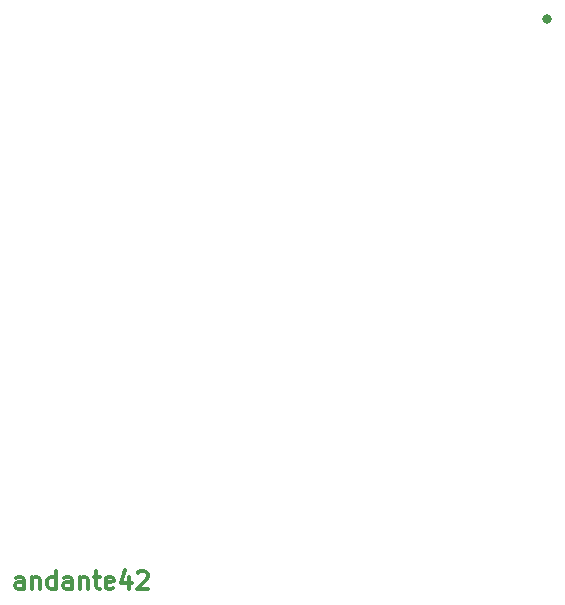
<source format=gtl>
G04 #@! TF.GenerationSoftware,KiCad,Pcbnew,(5.1.4)-1*
G04 #@! TF.CreationDate,2021-01-05T09:44:17-08:00*
G04 #@! TF.ProjectId,andante-classic,616e6461-6e74-4652-9d63-6c6173736963,rev?*
G04 #@! TF.SameCoordinates,Original*
G04 #@! TF.FileFunction,Copper,L1,Top*
G04 #@! TF.FilePolarity,Positive*
%FSLAX46Y46*%
G04 Gerber Fmt 4.6, Leading zero omitted, Abs format (unit mm)*
G04 Created by KiCad (PCBNEW (5.1.4)-1) date 2021-01-05 09:44:17*
%MOMM*%
%LPD*%
G04 APERTURE LIST*
%ADD10C,0.300000*%
%ADD11C,0.800000*%
G04 APERTURE END LIST*
D10*
X85727142Y-180798571D02*
X85727142Y-180012857D01*
X85655714Y-179870000D01*
X85512857Y-179798571D01*
X85227142Y-179798571D01*
X85084285Y-179870000D01*
X85727142Y-180727142D02*
X85584285Y-180798571D01*
X85227142Y-180798571D01*
X85084285Y-180727142D01*
X85012857Y-180584285D01*
X85012857Y-180441428D01*
X85084285Y-180298571D01*
X85227142Y-180227142D01*
X85584285Y-180227142D01*
X85727142Y-180155714D01*
X86441428Y-179798571D02*
X86441428Y-180798571D01*
X86441428Y-179941428D02*
X86512857Y-179870000D01*
X86655714Y-179798571D01*
X86870000Y-179798571D01*
X87012857Y-179870000D01*
X87084285Y-180012857D01*
X87084285Y-180798571D01*
X88441428Y-180798571D02*
X88441428Y-179298571D01*
X88441428Y-180727142D02*
X88298571Y-180798571D01*
X88012857Y-180798571D01*
X87870000Y-180727142D01*
X87798571Y-180655714D01*
X87727142Y-180512857D01*
X87727142Y-180084285D01*
X87798571Y-179941428D01*
X87870000Y-179870000D01*
X88012857Y-179798571D01*
X88298571Y-179798571D01*
X88441428Y-179870000D01*
X89798571Y-180798571D02*
X89798571Y-180012857D01*
X89727142Y-179870000D01*
X89584285Y-179798571D01*
X89298571Y-179798571D01*
X89155714Y-179870000D01*
X89798571Y-180727142D02*
X89655714Y-180798571D01*
X89298571Y-180798571D01*
X89155714Y-180727142D01*
X89084285Y-180584285D01*
X89084285Y-180441428D01*
X89155714Y-180298571D01*
X89298571Y-180227142D01*
X89655714Y-180227142D01*
X89798571Y-180155714D01*
X90512857Y-179798571D02*
X90512857Y-180798571D01*
X90512857Y-179941428D02*
X90584285Y-179870000D01*
X90727142Y-179798571D01*
X90941428Y-179798571D01*
X91084285Y-179870000D01*
X91155714Y-180012857D01*
X91155714Y-180798571D01*
X91655714Y-179798571D02*
X92227142Y-179798571D01*
X91870000Y-179298571D02*
X91870000Y-180584285D01*
X91941428Y-180727142D01*
X92084285Y-180798571D01*
X92227142Y-180798571D01*
X93298571Y-180727142D02*
X93155714Y-180798571D01*
X92870000Y-180798571D01*
X92727142Y-180727142D01*
X92655714Y-180584285D01*
X92655714Y-180012857D01*
X92727142Y-179870000D01*
X92870000Y-179798571D01*
X93155714Y-179798571D01*
X93298571Y-179870000D01*
X93370000Y-180012857D01*
X93370000Y-180155714D01*
X92655714Y-180298571D01*
X94655714Y-179798571D02*
X94655714Y-180798571D01*
X94298571Y-179227142D02*
X93941428Y-180298571D01*
X94870000Y-180298571D01*
X95370000Y-179441428D02*
X95441428Y-179370000D01*
X95584285Y-179298571D01*
X95941428Y-179298571D01*
X96084285Y-179370000D01*
X96155714Y-179441428D01*
X96227142Y-179584285D01*
X96227142Y-179727142D01*
X96155714Y-179941428D01*
X95298571Y-180798571D01*
X96227142Y-180798571D01*
D11*
X130048000Y-132588000D03*
M02*

</source>
